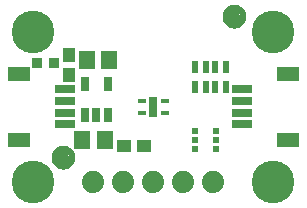
<source format=gbr>
G04 EAGLE Gerber RS-274X export*
G75*
%MOMM*%
%FSLAX34Y34*%
%LPD*%
%INSoldermask Top*%
%IPPOS*%
%AMOC8*
5,1,8,0,0,1.08239X$1,22.5*%
G01*
%ADD10R,1.341600X1.601600*%
%ADD11R,0.651600X1.301600*%
%ADD12R,1.176600X1.101600*%
%ADD13R,0.551600X1.001600*%
%ADD14R,0.601600X0.601600*%
%ADD15R,0.601600X0.501600*%
%ADD16C,3.617600*%
%ADD17R,1.651600X0.701600*%
%ADD18R,1.901600X1.301600*%
%ADD19C,1.101600*%
%ADD20C,0.500000*%
%ADD21R,0.901600X0.901600*%
%ADD22R,1.101600X1.176600*%
%ADD23R,0.801600X1.701600*%
%ADD24R,0.651600X0.451600*%
%ADD25C,1.879600*%


D10*
X66700Y60960D03*
X85700Y60960D03*
D11*
X69240Y82249D03*
X78740Y82249D03*
X88240Y82249D03*
X88240Y108251D03*
X69240Y108251D03*
D10*
X70510Y128270D03*
X89510Y128270D03*
D12*
X118990Y55880D03*
X101990Y55880D03*
D13*
X188260Y105800D03*
X188260Y122800D03*
X179260Y105800D03*
X171260Y105800D03*
X162260Y105800D03*
X162260Y122800D03*
X179260Y122800D03*
X171260Y122800D03*
D14*
X179815Y53460D03*
D15*
X179815Y60960D03*
D14*
X179815Y68460D03*
X161815Y68460D03*
D15*
X161815Y60960D03*
D14*
X161815Y53460D03*
D16*
X25400Y152400D03*
X228600Y152400D03*
D17*
X202190Y83900D03*
X202190Y93900D03*
X202190Y73900D03*
X202190Y103900D03*
D18*
X241190Y60900D03*
X241190Y116900D03*
D17*
X51810Y93900D03*
X51810Y83900D03*
X51810Y103900D03*
X51810Y73900D03*
D18*
X12810Y116900D03*
X12810Y60900D03*
D19*
X50800Y45720D03*
D20*
X50800Y53220D02*
X50619Y53218D01*
X50438Y53211D01*
X50257Y53200D01*
X50076Y53185D01*
X49896Y53165D01*
X49716Y53141D01*
X49537Y53113D01*
X49359Y53080D01*
X49182Y53043D01*
X49005Y53002D01*
X48830Y52957D01*
X48655Y52907D01*
X48482Y52853D01*
X48311Y52795D01*
X48140Y52733D01*
X47972Y52666D01*
X47805Y52596D01*
X47639Y52522D01*
X47476Y52443D01*
X47315Y52361D01*
X47155Y52275D01*
X46998Y52185D01*
X46843Y52091D01*
X46690Y51994D01*
X46540Y51892D01*
X46392Y51788D01*
X46246Y51679D01*
X46104Y51568D01*
X45964Y51452D01*
X45827Y51334D01*
X45692Y51212D01*
X45561Y51087D01*
X45433Y50959D01*
X45308Y50828D01*
X45186Y50693D01*
X45068Y50556D01*
X44952Y50416D01*
X44841Y50274D01*
X44732Y50128D01*
X44628Y49980D01*
X44526Y49830D01*
X44429Y49677D01*
X44335Y49522D01*
X44245Y49365D01*
X44159Y49205D01*
X44077Y49044D01*
X43998Y48881D01*
X43924Y48715D01*
X43854Y48548D01*
X43787Y48380D01*
X43725Y48209D01*
X43667Y48038D01*
X43613Y47865D01*
X43563Y47690D01*
X43518Y47515D01*
X43477Y47338D01*
X43440Y47161D01*
X43407Y46983D01*
X43379Y46804D01*
X43355Y46624D01*
X43335Y46444D01*
X43320Y46263D01*
X43309Y46082D01*
X43302Y45901D01*
X43300Y45720D01*
X50800Y53220D02*
X50981Y53218D01*
X51162Y53211D01*
X51343Y53200D01*
X51524Y53185D01*
X51704Y53165D01*
X51884Y53141D01*
X52063Y53113D01*
X52241Y53080D01*
X52418Y53043D01*
X52595Y53002D01*
X52770Y52957D01*
X52945Y52907D01*
X53118Y52853D01*
X53289Y52795D01*
X53460Y52733D01*
X53628Y52666D01*
X53795Y52596D01*
X53961Y52522D01*
X54124Y52443D01*
X54285Y52361D01*
X54445Y52275D01*
X54602Y52185D01*
X54757Y52091D01*
X54910Y51994D01*
X55060Y51892D01*
X55208Y51788D01*
X55354Y51679D01*
X55496Y51568D01*
X55636Y51452D01*
X55773Y51334D01*
X55908Y51212D01*
X56039Y51087D01*
X56167Y50959D01*
X56292Y50828D01*
X56414Y50693D01*
X56532Y50556D01*
X56648Y50416D01*
X56759Y50274D01*
X56868Y50128D01*
X56972Y49980D01*
X57074Y49830D01*
X57171Y49677D01*
X57265Y49522D01*
X57355Y49365D01*
X57441Y49205D01*
X57523Y49044D01*
X57602Y48881D01*
X57676Y48715D01*
X57746Y48548D01*
X57813Y48380D01*
X57875Y48209D01*
X57933Y48038D01*
X57987Y47865D01*
X58037Y47690D01*
X58082Y47515D01*
X58123Y47338D01*
X58160Y47161D01*
X58193Y46983D01*
X58221Y46804D01*
X58245Y46624D01*
X58265Y46444D01*
X58280Y46263D01*
X58291Y46082D01*
X58298Y45901D01*
X58300Y45720D01*
X58298Y45539D01*
X58291Y45358D01*
X58280Y45177D01*
X58265Y44996D01*
X58245Y44816D01*
X58221Y44636D01*
X58193Y44457D01*
X58160Y44279D01*
X58123Y44102D01*
X58082Y43925D01*
X58037Y43750D01*
X57987Y43575D01*
X57933Y43402D01*
X57875Y43231D01*
X57813Y43060D01*
X57746Y42892D01*
X57676Y42725D01*
X57602Y42559D01*
X57523Y42396D01*
X57441Y42235D01*
X57355Y42075D01*
X57265Y41918D01*
X57171Y41763D01*
X57074Y41610D01*
X56972Y41460D01*
X56868Y41312D01*
X56759Y41166D01*
X56648Y41024D01*
X56532Y40884D01*
X56414Y40747D01*
X56292Y40612D01*
X56167Y40481D01*
X56039Y40353D01*
X55908Y40228D01*
X55773Y40106D01*
X55636Y39988D01*
X55496Y39872D01*
X55354Y39761D01*
X55208Y39652D01*
X55060Y39548D01*
X54910Y39446D01*
X54757Y39349D01*
X54602Y39255D01*
X54445Y39165D01*
X54285Y39079D01*
X54124Y38997D01*
X53961Y38918D01*
X53795Y38844D01*
X53628Y38774D01*
X53460Y38707D01*
X53289Y38645D01*
X53118Y38587D01*
X52945Y38533D01*
X52770Y38483D01*
X52595Y38438D01*
X52418Y38397D01*
X52241Y38360D01*
X52063Y38327D01*
X51884Y38299D01*
X51704Y38275D01*
X51524Y38255D01*
X51343Y38240D01*
X51162Y38229D01*
X50981Y38222D01*
X50800Y38220D01*
X50619Y38222D01*
X50438Y38229D01*
X50257Y38240D01*
X50076Y38255D01*
X49896Y38275D01*
X49716Y38299D01*
X49537Y38327D01*
X49359Y38360D01*
X49182Y38397D01*
X49005Y38438D01*
X48830Y38483D01*
X48655Y38533D01*
X48482Y38587D01*
X48311Y38645D01*
X48140Y38707D01*
X47972Y38774D01*
X47805Y38844D01*
X47639Y38918D01*
X47476Y38997D01*
X47315Y39079D01*
X47155Y39165D01*
X46998Y39255D01*
X46843Y39349D01*
X46690Y39446D01*
X46540Y39548D01*
X46392Y39652D01*
X46246Y39761D01*
X46104Y39872D01*
X45964Y39988D01*
X45827Y40106D01*
X45692Y40228D01*
X45561Y40353D01*
X45433Y40481D01*
X45308Y40612D01*
X45186Y40747D01*
X45068Y40884D01*
X44952Y41024D01*
X44841Y41166D01*
X44732Y41312D01*
X44628Y41460D01*
X44526Y41610D01*
X44429Y41763D01*
X44335Y41918D01*
X44245Y42075D01*
X44159Y42235D01*
X44077Y42396D01*
X43998Y42559D01*
X43924Y42725D01*
X43854Y42892D01*
X43787Y43060D01*
X43725Y43231D01*
X43667Y43402D01*
X43613Y43575D01*
X43563Y43750D01*
X43518Y43925D01*
X43477Y44102D01*
X43440Y44279D01*
X43407Y44457D01*
X43379Y44636D01*
X43355Y44816D01*
X43335Y44996D01*
X43320Y45177D01*
X43309Y45358D01*
X43302Y45539D01*
X43300Y45720D01*
D19*
X195580Y165100D03*
D20*
X195580Y172600D02*
X195399Y172598D01*
X195218Y172591D01*
X195037Y172580D01*
X194856Y172565D01*
X194676Y172545D01*
X194496Y172521D01*
X194317Y172493D01*
X194139Y172460D01*
X193962Y172423D01*
X193785Y172382D01*
X193610Y172337D01*
X193435Y172287D01*
X193262Y172233D01*
X193091Y172175D01*
X192920Y172113D01*
X192752Y172046D01*
X192585Y171976D01*
X192419Y171902D01*
X192256Y171823D01*
X192095Y171741D01*
X191935Y171655D01*
X191778Y171565D01*
X191623Y171471D01*
X191470Y171374D01*
X191320Y171272D01*
X191172Y171168D01*
X191026Y171059D01*
X190884Y170948D01*
X190744Y170832D01*
X190607Y170714D01*
X190472Y170592D01*
X190341Y170467D01*
X190213Y170339D01*
X190088Y170208D01*
X189966Y170073D01*
X189848Y169936D01*
X189732Y169796D01*
X189621Y169654D01*
X189512Y169508D01*
X189408Y169360D01*
X189306Y169210D01*
X189209Y169057D01*
X189115Y168902D01*
X189025Y168745D01*
X188939Y168585D01*
X188857Y168424D01*
X188778Y168261D01*
X188704Y168095D01*
X188634Y167928D01*
X188567Y167760D01*
X188505Y167589D01*
X188447Y167418D01*
X188393Y167245D01*
X188343Y167070D01*
X188298Y166895D01*
X188257Y166718D01*
X188220Y166541D01*
X188187Y166363D01*
X188159Y166184D01*
X188135Y166004D01*
X188115Y165824D01*
X188100Y165643D01*
X188089Y165462D01*
X188082Y165281D01*
X188080Y165100D01*
X195580Y172600D02*
X195761Y172598D01*
X195942Y172591D01*
X196123Y172580D01*
X196304Y172565D01*
X196484Y172545D01*
X196664Y172521D01*
X196843Y172493D01*
X197021Y172460D01*
X197198Y172423D01*
X197375Y172382D01*
X197550Y172337D01*
X197725Y172287D01*
X197898Y172233D01*
X198069Y172175D01*
X198240Y172113D01*
X198408Y172046D01*
X198575Y171976D01*
X198741Y171902D01*
X198904Y171823D01*
X199065Y171741D01*
X199225Y171655D01*
X199382Y171565D01*
X199537Y171471D01*
X199690Y171374D01*
X199840Y171272D01*
X199988Y171168D01*
X200134Y171059D01*
X200276Y170948D01*
X200416Y170832D01*
X200553Y170714D01*
X200688Y170592D01*
X200819Y170467D01*
X200947Y170339D01*
X201072Y170208D01*
X201194Y170073D01*
X201312Y169936D01*
X201428Y169796D01*
X201539Y169654D01*
X201648Y169508D01*
X201752Y169360D01*
X201854Y169210D01*
X201951Y169057D01*
X202045Y168902D01*
X202135Y168745D01*
X202221Y168585D01*
X202303Y168424D01*
X202382Y168261D01*
X202456Y168095D01*
X202526Y167928D01*
X202593Y167760D01*
X202655Y167589D01*
X202713Y167418D01*
X202767Y167245D01*
X202817Y167070D01*
X202862Y166895D01*
X202903Y166718D01*
X202940Y166541D01*
X202973Y166363D01*
X203001Y166184D01*
X203025Y166004D01*
X203045Y165824D01*
X203060Y165643D01*
X203071Y165462D01*
X203078Y165281D01*
X203080Y165100D01*
X203078Y164919D01*
X203071Y164738D01*
X203060Y164557D01*
X203045Y164376D01*
X203025Y164196D01*
X203001Y164016D01*
X202973Y163837D01*
X202940Y163659D01*
X202903Y163482D01*
X202862Y163305D01*
X202817Y163130D01*
X202767Y162955D01*
X202713Y162782D01*
X202655Y162611D01*
X202593Y162440D01*
X202526Y162272D01*
X202456Y162105D01*
X202382Y161939D01*
X202303Y161776D01*
X202221Y161615D01*
X202135Y161455D01*
X202045Y161298D01*
X201951Y161143D01*
X201854Y160990D01*
X201752Y160840D01*
X201648Y160692D01*
X201539Y160546D01*
X201428Y160404D01*
X201312Y160264D01*
X201194Y160127D01*
X201072Y159992D01*
X200947Y159861D01*
X200819Y159733D01*
X200688Y159608D01*
X200553Y159486D01*
X200416Y159368D01*
X200276Y159252D01*
X200134Y159141D01*
X199988Y159032D01*
X199840Y158928D01*
X199690Y158826D01*
X199537Y158729D01*
X199382Y158635D01*
X199225Y158545D01*
X199065Y158459D01*
X198904Y158377D01*
X198741Y158298D01*
X198575Y158224D01*
X198408Y158154D01*
X198240Y158087D01*
X198069Y158025D01*
X197898Y157967D01*
X197725Y157913D01*
X197550Y157863D01*
X197375Y157818D01*
X197198Y157777D01*
X197021Y157740D01*
X196843Y157707D01*
X196664Y157679D01*
X196484Y157655D01*
X196304Y157635D01*
X196123Y157620D01*
X195942Y157609D01*
X195761Y157602D01*
X195580Y157600D01*
X195399Y157602D01*
X195218Y157609D01*
X195037Y157620D01*
X194856Y157635D01*
X194676Y157655D01*
X194496Y157679D01*
X194317Y157707D01*
X194139Y157740D01*
X193962Y157777D01*
X193785Y157818D01*
X193610Y157863D01*
X193435Y157913D01*
X193262Y157967D01*
X193091Y158025D01*
X192920Y158087D01*
X192752Y158154D01*
X192585Y158224D01*
X192419Y158298D01*
X192256Y158377D01*
X192095Y158459D01*
X191935Y158545D01*
X191778Y158635D01*
X191623Y158729D01*
X191470Y158826D01*
X191320Y158928D01*
X191172Y159032D01*
X191026Y159141D01*
X190884Y159252D01*
X190744Y159368D01*
X190607Y159486D01*
X190472Y159608D01*
X190341Y159733D01*
X190213Y159861D01*
X190088Y159992D01*
X189966Y160127D01*
X189848Y160264D01*
X189732Y160404D01*
X189621Y160546D01*
X189512Y160692D01*
X189408Y160840D01*
X189306Y160990D01*
X189209Y161143D01*
X189115Y161298D01*
X189025Y161455D01*
X188939Y161615D01*
X188857Y161776D01*
X188778Y161939D01*
X188704Y162105D01*
X188634Y162272D01*
X188567Y162440D01*
X188505Y162611D01*
X188447Y162782D01*
X188393Y162955D01*
X188343Y163130D01*
X188298Y163305D01*
X188257Y163482D01*
X188220Y163659D01*
X188187Y163837D01*
X188159Y164016D01*
X188135Y164196D01*
X188115Y164376D01*
X188100Y164557D01*
X188089Y164738D01*
X188082Y164919D01*
X188080Y165100D01*
D16*
X25400Y25400D03*
X228600Y25400D03*
D21*
X28060Y125730D03*
X43060Y125730D03*
D22*
X55880Y132960D03*
X55880Y115960D03*
D23*
X127000Y88900D03*
D24*
X117500Y93900D03*
X117500Y83900D03*
X136500Y83900D03*
X136500Y93900D03*
D25*
X76200Y25400D03*
X101600Y25400D03*
X127000Y25400D03*
X152400Y25400D03*
X177800Y25400D03*
M02*

</source>
